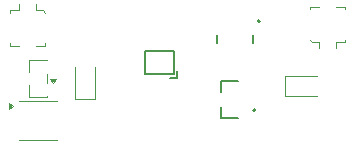
<source format=gbr>
%TF.GenerationSoftware,KiCad,Pcbnew,9.0.7*%
%TF.CreationDate,2026-02-11T21:28:43+01:00*%
%TF.ProjectId,ECG_Business_Card_v3,4543475f-4275-4736-996e-6573735f4361,rev?*%
%TF.SameCoordinates,Original*%
%TF.FileFunction,Legend,Top*%
%TF.FilePolarity,Positive*%
%FSLAX46Y46*%
G04 Gerber Fmt 4.6, Leading zero omitted, Abs format (unit mm)*
G04 Created by KiCad (PCBNEW 9.0.7) date 2026-02-11 21:28:43*
%MOMM*%
%LPD*%
G01*
G04 APERTURE LIST*
%ADD10C,0.120000*%
%ADD11C,0.127000*%
%ADD12C,0.200000*%
%ADD13C,0.150000*%
%ADD14C,0.152400*%
G04 APERTURE END LIST*
D10*
%TO.C,U3*%
X124712500Y-98870000D02*
X126232500Y-98870000D01*
X124712500Y-99870000D02*
X124712500Y-98870000D01*
X124712500Y-101990000D02*
X124712500Y-100990000D01*
X126232500Y-98870000D02*
X126232500Y-98920000D01*
X126232500Y-100040000D02*
X126232500Y-100820000D01*
X126232500Y-101940000D02*
X126232500Y-101990000D01*
X126232500Y-101990000D02*
X124712500Y-101990000D01*
X126772500Y-100810000D02*
X126532500Y-100480000D01*
X127012500Y-100480000D01*
X126772500Y-100810000D01*
G36*
X126772500Y-100810000D02*
G01*
X126532500Y-100480000D01*
X127012500Y-100480000D01*
X126772500Y-100810000D01*
G37*
D11*
%TO.C,Q1*%
X141007500Y-100680000D02*
X142407500Y-100680000D01*
X141007500Y-101600000D02*
X141007500Y-100680000D01*
X141007500Y-103780000D02*
X141007500Y-102860000D01*
X142407500Y-103780000D02*
X141007500Y-103780000D01*
D12*
X143907500Y-103145000D02*
G75*
G02*
X143707500Y-103145000I-100000J0D01*
G01*
X143707500Y-103145000D02*
G75*
G02*
X143907500Y-103145000I100000J0D01*
G01*
D10*
%TO.C,D1*%
X146420000Y-100200000D02*
X146420000Y-101900000D01*
X146420000Y-100200000D02*
X149080000Y-100200000D01*
X146420000Y-101900000D02*
X149080000Y-101900000D01*
%TO.C,U2*%
X123917500Y-102375000D02*
X127137500Y-102375000D01*
X127137500Y-105645000D02*
X123917500Y-105645000D01*
X123387500Y-102760000D02*
X123057500Y-103000000D01*
X123057500Y-102520000D01*
X123387500Y-102760000D01*
G36*
X123387500Y-102760000D02*
G01*
X123057500Y-103000000D01*
X123057500Y-102520000D01*
X123387500Y-102760000D01*
G37*
D13*
%TO.C,U1*%
X134580000Y-98105500D02*
X136980000Y-98105500D01*
X134580000Y-100105500D02*
X134580000Y-98105500D01*
X136680000Y-100405500D02*
X137280000Y-100405500D01*
X136980000Y-98105500D02*
X136980000Y-100105500D01*
X136980000Y-100105500D02*
X134580000Y-100105500D01*
X137280000Y-100405500D02*
X137280000Y-99805500D01*
D10*
%TO.C,J1*%
X123112500Y-94670000D02*
X123912500Y-94670000D01*
X123112500Y-94870000D02*
X123112500Y-94670000D01*
X123112500Y-97670000D02*
X123112500Y-97470000D01*
X123912500Y-94670000D02*
X123912500Y-94170000D01*
X123912500Y-97670000D02*
X123112500Y-97670000D01*
X125312500Y-94670000D02*
X125312500Y-94170000D01*
X125312500Y-94670000D02*
X125912500Y-94670000D01*
X125912500Y-94670000D02*
X126112500Y-94870000D01*
X126112500Y-97470000D02*
X126112500Y-97670000D01*
X126112500Y-97670000D02*
X125312500Y-97670000D01*
%TO.C,D2*%
X128630000Y-102150000D02*
X128630000Y-99490000D01*
X128630000Y-102150000D02*
X130330000Y-102150000D01*
X130330000Y-102150000D02*
X130330000Y-99490000D01*
D14*
%TO.C,U4*%
X140695200Y-96769300D02*
X140695200Y-97429700D01*
X143695200Y-97429700D02*
X143695200Y-96769300D01*
D12*
X144295200Y-95599500D02*
G75*
G02*
X144095200Y-95599500I-100000J0D01*
G01*
X144095200Y-95599500D02*
G75*
G02*
X144295200Y-95599500I100000J0D01*
G01*
D10*
%TO.C,J2*%
X148505000Y-94400000D02*
X149305000Y-94400000D01*
X148505000Y-94600000D02*
X148505000Y-94400000D01*
X148705000Y-97400000D02*
X148505000Y-97200000D01*
X149305000Y-97400000D02*
X148705000Y-97400000D01*
X149305000Y-97400000D02*
X149305000Y-97900000D01*
X150705000Y-94400000D02*
X151505000Y-94400000D01*
X150705000Y-97400000D02*
X150705000Y-97900000D01*
X151505000Y-94400000D02*
X151505000Y-94600000D01*
X151505000Y-97200000D02*
X151505000Y-97400000D01*
X151505000Y-97400000D02*
X150705000Y-97400000D01*
%TD*%
M02*

</source>
